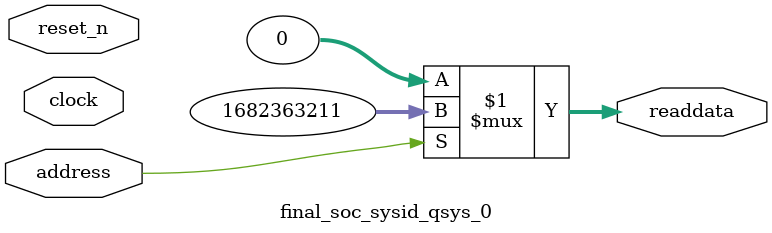
<source format=v>



// synthesis translate_off
`timescale 1ns / 1ps
// synthesis translate_on

// turn off superfluous verilog processor warnings 
// altera message_level Level1 
// altera message_off 10034 10035 10036 10037 10230 10240 10030 

module final_soc_sysid_qsys_0 (
               // inputs:
                address,
                clock,
                reset_n,

               // outputs:
                readdata
             )
;

  output  [ 31: 0] readdata;
  input            address;
  input            clock;
  input            reset_n;

  wire    [ 31: 0] readdata;
  //control_slave, which is an e_avalon_slave
  assign readdata = address ? 1682363211 : 0;

endmodule



</source>
